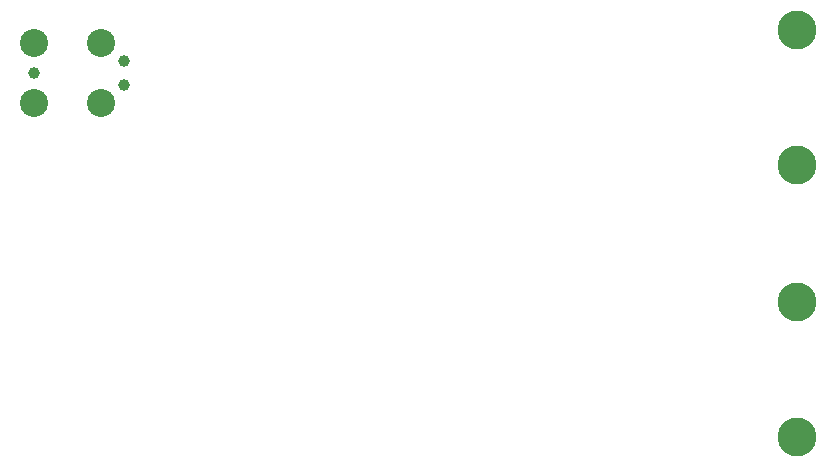
<source format=gbr>
%TF.GenerationSoftware,KiCad,Pcbnew,8.0.0*%
%TF.CreationDate,2024-03-19T13:53:25-04:00*%
%TF.ProjectId,Ethernet_Dev_Board,45746865-726e-4657-945f-4465765f426f,rev?*%
%TF.SameCoordinates,Original*%
%TF.FileFunction,NonPlated,1,4,NPTH,Drill*%
%TF.FilePolarity,Positive*%
%FSLAX46Y46*%
G04 Gerber Fmt 4.6, Leading zero omitted, Abs format (unit mm)*
G04 Created by KiCad (PCBNEW 8.0.0) date 2024-03-19 13:53:25*
%MOMM*%
%LPD*%
G01*
G04 APERTURE LIST*
%TA.AperFunction,ComponentDrill*%
%ADD10C,0.991000*%
%TD*%
%TA.AperFunction,ComponentDrill*%
%ADD11C,2.375000*%
%TD*%
%TA.AperFunction,ComponentDrill*%
%ADD12C,3.300000*%
%TD*%
G04 APERTURE END LIST*
D10*
%TO.C,J401*%
X82460000Y-56135000D03*
X90080000Y-55119000D03*
X90080000Y-57151000D03*
D11*
X82460000Y-53595000D03*
X82460000Y-58675000D03*
X88175000Y-53595000D03*
X88175000Y-58675000D03*
D12*
%TO.C,J301*%
X147034000Y-52535000D03*
X147034000Y-63965000D03*
%TO.C,J201*%
X147034000Y-75570000D03*
X147034000Y-87000000D03*
M02*

</source>
